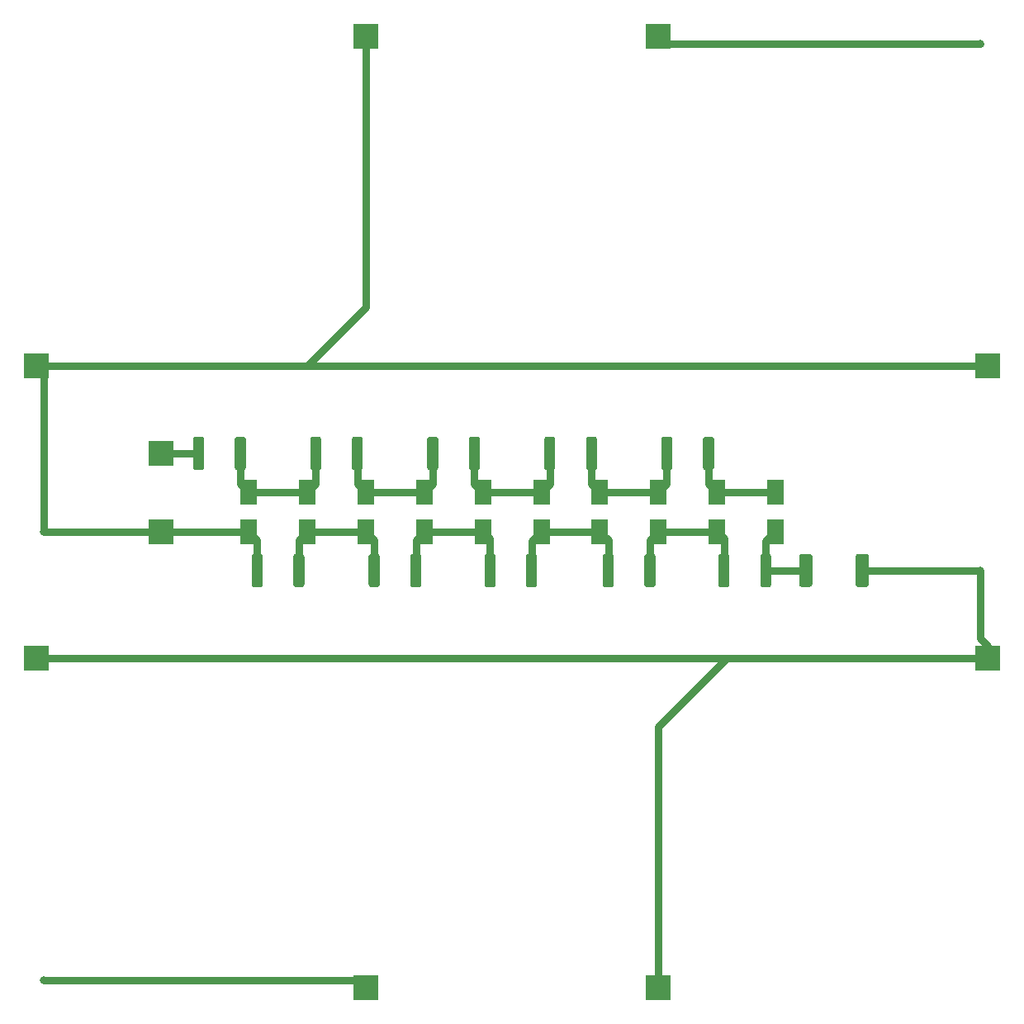
<source format=gbl>
G04 #@! TF.GenerationSoftware,KiCad,Pcbnew,5.0.1*
G04 #@! TF.CreationDate,2019-01-23T19:28:01+01:00*
G04 #@! TF.ProjectId,Statikplatte,53746174696B706C617474652E6B6963,rev?*
G04 #@! TF.SameCoordinates,Original*
G04 #@! TF.FileFunction,Copper,L2,Bot,Signal*
G04 #@! TF.FilePolarity,Positive*
%FSLAX46Y46*%
G04 Gerber Fmt 4.6, Leading zero omitted, Abs format (unit mm)*
G04 Created by KiCad (PCBNEW 5.0.1) date Mi 23 Jan 2019 19:28:01 CET*
%MOMM*%
%LPD*%
G01*
G04 APERTURE LIST*
G04 #@! TA.AperFunction,Conductor*
%ADD10C,0.100000*%
G04 #@! TD*
G04 #@! TA.AperFunction,SMDPad,CuDef*
%ADD11C,1.125000*%
G04 #@! TD*
G04 #@! TA.AperFunction,SMDPad,CuDef*
%ADD12R,2.500000X2.500000*%
G04 #@! TD*
G04 #@! TA.AperFunction,SMDPad,CuDef*
%ADD13R,1.700000X2.500000*%
G04 #@! TD*
G04 #@! TA.AperFunction,SMDPad,CuDef*
%ADD14C,1.350000*%
G04 #@! TD*
G04 #@! TA.AperFunction,ViaPad*
%ADD15C,0.800000*%
G04 #@! TD*
G04 #@! TA.AperFunction,Conductor*
%ADD16C,0.800000*%
G04 #@! TD*
G04 APERTURE END LIST*
D10*
G04 #@! TO.N,/GND*
G04 #@! TO.C,C2*
G36*
X124199505Y-104301204D02*
X124223773Y-104304804D01*
X124247572Y-104310765D01*
X124270671Y-104319030D01*
X124292850Y-104329520D01*
X124313893Y-104342132D01*
X124333599Y-104356747D01*
X124351777Y-104373223D01*
X124368253Y-104391401D01*
X124382868Y-104411107D01*
X124395480Y-104432150D01*
X124405970Y-104454329D01*
X124414235Y-104477428D01*
X124420196Y-104501227D01*
X124423796Y-104525495D01*
X124425000Y-104549999D01*
X124425000Y-107450001D01*
X124423796Y-107474505D01*
X124420196Y-107498773D01*
X124414235Y-107522572D01*
X124405970Y-107545671D01*
X124395480Y-107567850D01*
X124382868Y-107588893D01*
X124368253Y-107608599D01*
X124351777Y-107626777D01*
X124333599Y-107643253D01*
X124313893Y-107657868D01*
X124292850Y-107670480D01*
X124270671Y-107680970D01*
X124247572Y-107689235D01*
X124223773Y-107695196D01*
X124199505Y-107698796D01*
X124175001Y-107700000D01*
X123549999Y-107700000D01*
X123525495Y-107698796D01*
X123501227Y-107695196D01*
X123477428Y-107689235D01*
X123454329Y-107680970D01*
X123432150Y-107670480D01*
X123411107Y-107657868D01*
X123391401Y-107643253D01*
X123373223Y-107626777D01*
X123356747Y-107608599D01*
X123342132Y-107588893D01*
X123329520Y-107567850D01*
X123319030Y-107545671D01*
X123310765Y-107522572D01*
X123304804Y-107498773D01*
X123301204Y-107474505D01*
X123300000Y-107450001D01*
X123300000Y-104549999D01*
X123301204Y-104525495D01*
X123304804Y-104501227D01*
X123310765Y-104477428D01*
X123319030Y-104454329D01*
X123329520Y-104432150D01*
X123342132Y-104411107D01*
X123356747Y-104391401D01*
X123373223Y-104373223D01*
X123391401Y-104356747D01*
X123411107Y-104342132D01*
X123432150Y-104329520D01*
X123454329Y-104319030D01*
X123477428Y-104310765D01*
X123501227Y-104304804D01*
X123525495Y-104301204D01*
X123549999Y-104300000D01*
X124175001Y-104300000D01*
X124199505Y-104301204D01*
X124199505Y-104301204D01*
G37*
D11*
G04 #@! TD*
G04 #@! TO.P,C2,2*
G04 #@! TO.N,/GND*
X123862500Y-106000000D03*
D10*
G04 #@! TO.N,/N2*
G04 #@! TO.C,C2*
G36*
X128474505Y-104301204D02*
X128498773Y-104304804D01*
X128522572Y-104310765D01*
X128545671Y-104319030D01*
X128567850Y-104329520D01*
X128588893Y-104342132D01*
X128608599Y-104356747D01*
X128626777Y-104373223D01*
X128643253Y-104391401D01*
X128657868Y-104411107D01*
X128670480Y-104432150D01*
X128680970Y-104454329D01*
X128689235Y-104477428D01*
X128695196Y-104501227D01*
X128698796Y-104525495D01*
X128700000Y-104549999D01*
X128700000Y-107450001D01*
X128698796Y-107474505D01*
X128695196Y-107498773D01*
X128689235Y-107522572D01*
X128680970Y-107545671D01*
X128670480Y-107567850D01*
X128657868Y-107588893D01*
X128643253Y-107608599D01*
X128626777Y-107626777D01*
X128608599Y-107643253D01*
X128588893Y-107657868D01*
X128567850Y-107670480D01*
X128545671Y-107680970D01*
X128522572Y-107689235D01*
X128498773Y-107695196D01*
X128474505Y-107698796D01*
X128450001Y-107700000D01*
X127824999Y-107700000D01*
X127800495Y-107698796D01*
X127776227Y-107695196D01*
X127752428Y-107689235D01*
X127729329Y-107680970D01*
X127707150Y-107670480D01*
X127686107Y-107657868D01*
X127666401Y-107643253D01*
X127648223Y-107626777D01*
X127631747Y-107608599D01*
X127617132Y-107588893D01*
X127604520Y-107567850D01*
X127594030Y-107545671D01*
X127585765Y-107522572D01*
X127579804Y-107498773D01*
X127576204Y-107474505D01*
X127575000Y-107450001D01*
X127575000Y-104549999D01*
X127576204Y-104525495D01*
X127579804Y-104501227D01*
X127585765Y-104477428D01*
X127594030Y-104454329D01*
X127604520Y-104432150D01*
X127617132Y-104411107D01*
X127631747Y-104391401D01*
X127648223Y-104373223D01*
X127666401Y-104356747D01*
X127686107Y-104342132D01*
X127707150Y-104329520D01*
X127729329Y-104319030D01*
X127752428Y-104310765D01*
X127776227Y-104304804D01*
X127800495Y-104301204D01*
X127824999Y-104300000D01*
X128450001Y-104300000D01*
X128474505Y-104301204D01*
X128474505Y-104301204D01*
G37*
D11*
G04 #@! TD*
G04 #@! TO.P,C2,1*
G04 #@! TO.N,/N2*
X128137500Y-106000000D03*
D10*
G04 #@! TO.N,/N1*
G04 #@! TO.C,C3*
G36*
X130199505Y-92301204D02*
X130223773Y-92304804D01*
X130247572Y-92310765D01*
X130270671Y-92319030D01*
X130292850Y-92329520D01*
X130313893Y-92342132D01*
X130333599Y-92356747D01*
X130351777Y-92373223D01*
X130368253Y-92391401D01*
X130382868Y-92411107D01*
X130395480Y-92432150D01*
X130405970Y-92454329D01*
X130414235Y-92477428D01*
X130420196Y-92501227D01*
X130423796Y-92525495D01*
X130425000Y-92549999D01*
X130425000Y-95450001D01*
X130423796Y-95474505D01*
X130420196Y-95498773D01*
X130414235Y-95522572D01*
X130405970Y-95545671D01*
X130395480Y-95567850D01*
X130382868Y-95588893D01*
X130368253Y-95608599D01*
X130351777Y-95626777D01*
X130333599Y-95643253D01*
X130313893Y-95657868D01*
X130292850Y-95670480D01*
X130270671Y-95680970D01*
X130247572Y-95689235D01*
X130223773Y-95695196D01*
X130199505Y-95698796D01*
X130175001Y-95700000D01*
X129549999Y-95700000D01*
X129525495Y-95698796D01*
X129501227Y-95695196D01*
X129477428Y-95689235D01*
X129454329Y-95680970D01*
X129432150Y-95670480D01*
X129411107Y-95657868D01*
X129391401Y-95643253D01*
X129373223Y-95626777D01*
X129356747Y-95608599D01*
X129342132Y-95588893D01*
X129329520Y-95567850D01*
X129319030Y-95545671D01*
X129310765Y-95522572D01*
X129304804Y-95498773D01*
X129301204Y-95474505D01*
X129300000Y-95450001D01*
X129300000Y-92549999D01*
X129301204Y-92525495D01*
X129304804Y-92501227D01*
X129310765Y-92477428D01*
X129319030Y-92454329D01*
X129329520Y-92432150D01*
X129342132Y-92411107D01*
X129356747Y-92391401D01*
X129373223Y-92373223D01*
X129391401Y-92356747D01*
X129411107Y-92342132D01*
X129432150Y-92329520D01*
X129454329Y-92319030D01*
X129477428Y-92310765D01*
X129501227Y-92304804D01*
X129525495Y-92301204D01*
X129549999Y-92300000D01*
X130175001Y-92300000D01*
X130199505Y-92301204D01*
X130199505Y-92301204D01*
G37*
D11*
G04 #@! TD*
G04 #@! TO.P,C3,2*
G04 #@! TO.N,/N1*
X129862500Y-94000000D03*
D10*
G04 #@! TO.N,/N3*
G04 #@! TO.C,C3*
G36*
X134474505Y-92301204D02*
X134498773Y-92304804D01*
X134522572Y-92310765D01*
X134545671Y-92319030D01*
X134567850Y-92329520D01*
X134588893Y-92342132D01*
X134608599Y-92356747D01*
X134626777Y-92373223D01*
X134643253Y-92391401D01*
X134657868Y-92411107D01*
X134670480Y-92432150D01*
X134680970Y-92454329D01*
X134689235Y-92477428D01*
X134695196Y-92501227D01*
X134698796Y-92525495D01*
X134700000Y-92549999D01*
X134700000Y-95450001D01*
X134698796Y-95474505D01*
X134695196Y-95498773D01*
X134689235Y-95522572D01*
X134680970Y-95545671D01*
X134670480Y-95567850D01*
X134657868Y-95588893D01*
X134643253Y-95608599D01*
X134626777Y-95626777D01*
X134608599Y-95643253D01*
X134588893Y-95657868D01*
X134567850Y-95670480D01*
X134545671Y-95680970D01*
X134522572Y-95689235D01*
X134498773Y-95695196D01*
X134474505Y-95698796D01*
X134450001Y-95700000D01*
X133824999Y-95700000D01*
X133800495Y-95698796D01*
X133776227Y-95695196D01*
X133752428Y-95689235D01*
X133729329Y-95680970D01*
X133707150Y-95670480D01*
X133686107Y-95657868D01*
X133666401Y-95643253D01*
X133648223Y-95626777D01*
X133631747Y-95608599D01*
X133617132Y-95588893D01*
X133604520Y-95567850D01*
X133594030Y-95545671D01*
X133585765Y-95522572D01*
X133579804Y-95498773D01*
X133576204Y-95474505D01*
X133575000Y-95450001D01*
X133575000Y-92549999D01*
X133576204Y-92525495D01*
X133579804Y-92501227D01*
X133585765Y-92477428D01*
X133594030Y-92454329D01*
X133604520Y-92432150D01*
X133617132Y-92411107D01*
X133631747Y-92391401D01*
X133648223Y-92373223D01*
X133666401Y-92356747D01*
X133686107Y-92342132D01*
X133707150Y-92329520D01*
X133729329Y-92319030D01*
X133752428Y-92310765D01*
X133776227Y-92304804D01*
X133800495Y-92301204D01*
X133824999Y-92300000D01*
X134450001Y-92300000D01*
X134474505Y-92301204D01*
X134474505Y-92301204D01*
G37*
D11*
G04 #@! TD*
G04 #@! TO.P,C3,1*
G04 #@! TO.N,/N3*
X134137500Y-94000000D03*
D10*
G04 #@! TO.N,/N2*
G04 #@! TO.C,C4*
G36*
X136199505Y-104301204D02*
X136223773Y-104304804D01*
X136247572Y-104310765D01*
X136270671Y-104319030D01*
X136292850Y-104329520D01*
X136313893Y-104342132D01*
X136333599Y-104356747D01*
X136351777Y-104373223D01*
X136368253Y-104391401D01*
X136382868Y-104411107D01*
X136395480Y-104432150D01*
X136405970Y-104454329D01*
X136414235Y-104477428D01*
X136420196Y-104501227D01*
X136423796Y-104525495D01*
X136425000Y-104549999D01*
X136425000Y-107450001D01*
X136423796Y-107474505D01*
X136420196Y-107498773D01*
X136414235Y-107522572D01*
X136405970Y-107545671D01*
X136395480Y-107567850D01*
X136382868Y-107588893D01*
X136368253Y-107608599D01*
X136351777Y-107626777D01*
X136333599Y-107643253D01*
X136313893Y-107657868D01*
X136292850Y-107670480D01*
X136270671Y-107680970D01*
X136247572Y-107689235D01*
X136223773Y-107695196D01*
X136199505Y-107698796D01*
X136175001Y-107700000D01*
X135549999Y-107700000D01*
X135525495Y-107698796D01*
X135501227Y-107695196D01*
X135477428Y-107689235D01*
X135454329Y-107680970D01*
X135432150Y-107670480D01*
X135411107Y-107657868D01*
X135391401Y-107643253D01*
X135373223Y-107626777D01*
X135356747Y-107608599D01*
X135342132Y-107588893D01*
X135329520Y-107567850D01*
X135319030Y-107545671D01*
X135310765Y-107522572D01*
X135304804Y-107498773D01*
X135301204Y-107474505D01*
X135300000Y-107450001D01*
X135300000Y-104549999D01*
X135301204Y-104525495D01*
X135304804Y-104501227D01*
X135310765Y-104477428D01*
X135319030Y-104454329D01*
X135329520Y-104432150D01*
X135342132Y-104411107D01*
X135356747Y-104391401D01*
X135373223Y-104373223D01*
X135391401Y-104356747D01*
X135411107Y-104342132D01*
X135432150Y-104329520D01*
X135454329Y-104319030D01*
X135477428Y-104310765D01*
X135501227Y-104304804D01*
X135525495Y-104301204D01*
X135549999Y-104300000D01*
X136175001Y-104300000D01*
X136199505Y-104301204D01*
X136199505Y-104301204D01*
G37*
D11*
G04 #@! TD*
G04 #@! TO.P,C4,2*
G04 #@! TO.N,/N2*
X135862500Y-106000000D03*
D10*
G04 #@! TO.N,/N4*
G04 #@! TO.C,C4*
G36*
X140474505Y-104301204D02*
X140498773Y-104304804D01*
X140522572Y-104310765D01*
X140545671Y-104319030D01*
X140567850Y-104329520D01*
X140588893Y-104342132D01*
X140608599Y-104356747D01*
X140626777Y-104373223D01*
X140643253Y-104391401D01*
X140657868Y-104411107D01*
X140670480Y-104432150D01*
X140680970Y-104454329D01*
X140689235Y-104477428D01*
X140695196Y-104501227D01*
X140698796Y-104525495D01*
X140700000Y-104549999D01*
X140700000Y-107450001D01*
X140698796Y-107474505D01*
X140695196Y-107498773D01*
X140689235Y-107522572D01*
X140680970Y-107545671D01*
X140670480Y-107567850D01*
X140657868Y-107588893D01*
X140643253Y-107608599D01*
X140626777Y-107626777D01*
X140608599Y-107643253D01*
X140588893Y-107657868D01*
X140567850Y-107670480D01*
X140545671Y-107680970D01*
X140522572Y-107689235D01*
X140498773Y-107695196D01*
X140474505Y-107698796D01*
X140450001Y-107700000D01*
X139824999Y-107700000D01*
X139800495Y-107698796D01*
X139776227Y-107695196D01*
X139752428Y-107689235D01*
X139729329Y-107680970D01*
X139707150Y-107670480D01*
X139686107Y-107657868D01*
X139666401Y-107643253D01*
X139648223Y-107626777D01*
X139631747Y-107608599D01*
X139617132Y-107588893D01*
X139604520Y-107567850D01*
X139594030Y-107545671D01*
X139585765Y-107522572D01*
X139579804Y-107498773D01*
X139576204Y-107474505D01*
X139575000Y-107450001D01*
X139575000Y-104549999D01*
X139576204Y-104525495D01*
X139579804Y-104501227D01*
X139585765Y-104477428D01*
X139594030Y-104454329D01*
X139604520Y-104432150D01*
X139617132Y-104411107D01*
X139631747Y-104391401D01*
X139648223Y-104373223D01*
X139666401Y-104356747D01*
X139686107Y-104342132D01*
X139707150Y-104329520D01*
X139729329Y-104319030D01*
X139752428Y-104310765D01*
X139776227Y-104304804D01*
X139800495Y-104301204D01*
X139824999Y-104300000D01*
X140450001Y-104300000D01*
X140474505Y-104301204D01*
X140474505Y-104301204D01*
G37*
D11*
G04 #@! TD*
G04 #@! TO.P,C4,1*
G04 #@! TO.N,/N4*
X140137500Y-106000000D03*
D10*
G04 #@! TO.N,/N3*
G04 #@! TO.C,C5*
G36*
X142199505Y-92301204D02*
X142223773Y-92304804D01*
X142247572Y-92310765D01*
X142270671Y-92319030D01*
X142292850Y-92329520D01*
X142313893Y-92342132D01*
X142333599Y-92356747D01*
X142351777Y-92373223D01*
X142368253Y-92391401D01*
X142382868Y-92411107D01*
X142395480Y-92432150D01*
X142405970Y-92454329D01*
X142414235Y-92477428D01*
X142420196Y-92501227D01*
X142423796Y-92525495D01*
X142425000Y-92549999D01*
X142425000Y-95450001D01*
X142423796Y-95474505D01*
X142420196Y-95498773D01*
X142414235Y-95522572D01*
X142405970Y-95545671D01*
X142395480Y-95567850D01*
X142382868Y-95588893D01*
X142368253Y-95608599D01*
X142351777Y-95626777D01*
X142333599Y-95643253D01*
X142313893Y-95657868D01*
X142292850Y-95670480D01*
X142270671Y-95680970D01*
X142247572Y-95689235D01*
X142223773Y-95695196D01*
X142199505Y-95698796D01*
X142175001Y-95700000D01*
X141549999Y-95700000D01*
X141525495Y-95698796D01*
X141501227Y-95695196D01*
X141477428Y-95689235D01*
X141454329Y-95680970D01*
X141432150Y-95670480D01*
X141411107Y-95657868D01*
X141391401Y-95643253D01*
X141373223Y-95626777D01*
X141356747Y-95608599D01*
X141342132Y-95588893D01*
X141329520Y-95567850D01*
X141319030Y-95545671D01*
X141310765Y-95522572D01*
X141304804Y-95498773D01*
X141301204Y-95474505D01*
X141300000Y-95450001D01*
X141300000Y-92549999D01*
X141301204Y-92525495D01*
X141304804Y-92501227D01*
X141310765Y-92477428D01*
X141319030Y-92454329D01*
X141329520Y-92432150D01*
X141342132Y-92411107D01*
X141356747Y-92391401D01*
X141373223Y-92373223D01*
X141391401Y-92356747D01*
X141411107Y-92342132D01*
X141432150Y-92329520D01*
X141454329Y-92319030D01*
X141477428Y-92310765D01*
X141501227Y-92304804D01*
X141525495Y-92301204D01*
X141549999Y-92300000D01*
X142175001Y-92300000D01*
X142199505Y-92301204D01*
X142199505Y-92301204D01*
G37*
D11*
G04 #@! TD*
G04 #@! TO.P,C5,2*
G04 #@! TO.N,/N3*
X141862500Y-94000000D03*
D10*
G04 #@! TO.N,/N5*
G04 #@! TO.C,C5*
G36*
X146474505Y-92301204D02*
X146498773Y-92304804D01*
X146522572Y-92310765D01*
X146545671Y-92319030D01*
X146567850Y-92329520D01*
X146588893Y-92342132D01*
X146608599Y-92356747D01*
X146626777Y-92373223D01*
X146643253Y-92391401D01*
X146657868Y-92411107D01*
X146670480Y-92432150D01*
X146680970Y-92454329D01*
X146689235Y-92477428D01*
X146695196Y-92501227D01*
X146698796Y-92525495D01*
X146700000Y-92549999D01*
X146700000Y-95450001D01*
X146698796Y-95474505D01*
X146695196Y-95498773D01*
X146689235Y-95522572D01*
X146680970Y-95545671D01*
X146670480Y-95567850D01*
X146657868Y-95588893D01*
X146643253Y-95608599D01*
X146626777Y-95626777D01*
X146608599Y-95643253D01*
X146588893Y-95657868D01*
X146567850Y-95670480D01*
X146545671Y-95680970D01*
X146522572Y-95689235D01*
X146498773Y-95695196D01*
X146474505Y-95698796D01*
X146450001Y-95700000D01*
X145824999Y-95700000D01*
X145800495Y-95698796D01*
X145776227Y-95695196D01*
X145752428Y-95689235D01*
X145729329Y-95680970D01*
X145707150Y-95670480D01*
X145686107Y-95657868D01*
X145666401Y-95643253D01*
X145648223Y-95626777D01*
X145631747Y-95608599D01*
X145617132Y-95588893D01*
X145604520Y-95567850D01*
X145594030Y-95545671D01*
X145585765Y-95522572D01*
X145579804Y-95498773D01*
X145576204Y-95474505D01*
X145575000Y-95450001D01*
X145575000Y-92549999D01*
X145576204Y-92525495D01*
X145579804Y-92501227D01*
X145585765Y-92477428D01*
X145594030Y-92454329D01*
X145604520Y-92432150D01*
X145617132Y-92411107D01*
X145631747Y-92391401D01*
X145648223Y-92373223D01*
X145666401Y-92356747D01*
X145686107Y-92342132D01*
X145707150Y-92329520D01*
X145729329Y-92319030D01*
X145752428Y-92310765D01*
X145776227Y-92304804D01*
X145800495Y-92301204D01*
X145824999Y-92300000D01*
X146450001Y-92300000D01*
X146474505Y-92301204D01*
X146474505Y-92301204D01*
G37*
D11*
G04 #@! TD*
G04 #@! TO.P,C5,1*
G04 #@! TO.N,/N5*
X146137500Y-94000000D03*
D10*
G04 #@! TO.N,/N4*
G04 #@! TO.C,C6*
G36*
X148062005Y-104301204D02*
X148086273Y-104304804D01*
X148110072Y-104310765D01*
X148133171Y-104319030D01*
X148155350Y-104329520D01*
X148176393Y-104342132D01*
X148196099Y-104356747D01*
X148214277Y-104373223D01*
X148230753Y-104391401D01*
X148245368Y-104411107D01*
X148257980Y-104432150D01*
X148268470Y-104454329D01*
X148276735Y-104477428D01*
X148282696Y-104501227D01*
X148286296Y-104525495D01*
X148287500Y-104549999D01*
X148287500Y-107450001D01*
X148286296Y-107474505D01*
X148282696Y-107498773D01*
X148276735Y-107522572D01*
X148268470Y-107545671D01*
X148257980Y-107567850D01*
X148245368Y-107588893D01*
X148230753Y-107608599D01*
X148214277Y-107626777D01*
X148196099Y-107643253D01*
X148176393Y-107657868D01*
X148155350Y-107670480D01*
X148133171Y-107680970D01*
X148110072Y-107689235D01*
X148086273Y-107695196D01*
X148062005Y-107698796D01*
X148037501Y-107700000D01*
X147412499Y-107700000D01*
X147387995Y-107698796D01*
X147363727Y-107695196D01*
X147339928Y-107689235D01*
X147316829Y-107680970D01*
X147294650Y-107670480D01*
X147273607Y-107657868D01*
X147253901Y-107643253D01*
X147235723Y-107626777D01*
X147219247Y-107608599D01*
X147204632Y-107588893D01*
X147192020Y-107567850D01*
X147181530Y-107545671D01*
X147173265Y-107522572D01*
X147167304Y-107498773D01*
X147163704Y-107474505D01*
X147162500Y-107450001D01*
X147162500Y-104549999D01*
X147163704Y-104525495D01*
X147167304Y-104501227D01*
X147173265Y-104477428D01*
X147181530Y-104454329D01*
X147192020Y-104432150D01*
X147204632Y-104411107D01*
X147219247Y-104391401D01*
X147235723Y-104373223D01*
X147253901Y-104356747D01*
X147273607Y-104342132D01*
X147294650Y-104329520D01*
X147316829Y-104319030D01*
X147339928Y-104310765D01*
X147363727Y-104304804D01*
X147387995Y-104301204D01*
X147412499Y-104300000D01*
X148037501Y-104300000D01*
X148062005Y-104301204D01*
X148062005Y-104301204D01*
G37*
D11*
G04 #@! TD*
G04 #@! TO.P,C6,2*
G04 #@! TO.N,/N4*
X147725000Y-106000000D03*
D10*
G04 #@! TO.N,/N6*
G04 #@! TO.C,C6*
G36*
X152337005Y-104301204D02*
X152361273Y-104304804D01*
X152385072Y-104310765D01*
X152408171Y-104319030D01*
X152430350Y-104329520D01*
X152451393Y-104342132D01*
X152471099Y-104356747D01*
X152489277Y-104373223D01*
X152505753Y-104391401D01*
X152520368Y-104411107D01*
X152532980Y-104432150D01*
X152543470Y-104454329D01*
X152551735Y-104477428D01*
X152557696Y-104501227D01*
X152561296Y-104525495D01*
X152562500Y-104549999D01*
X152562500Y-107450001D01*
X152561296Y-107474505D01*
X152557696Y-107498773D01*
X152551735Y-107522572D01*
X152543470Y-107545671D01*
X152532980Y-107567850D01*
X152520368Y-107588893D01*
X152505753Y-107608599D01*
X152489277Y-107626777D01*
X152471099Y-107643253D01*
X152451393Y-107657868D01*
X152430350Y-107670480D01*
X152408171Y-107680970D01*
X152385072Y-107689235D01*
X152361273Y-107695196D01*
X152337005Y-107698796D01*
X152312501Y-107700000D01*
X151687499Y-107700000D01*
X151662995Y-107698796D01*
X151638727Y-107695196D01*
X151614928Y-107689235D01*
X151591829Y-107680970D01*
X151569650Y-107670480D01*
X151548607Y-107657868D01*
X151528901Y-107643253D01*
X151510723Y-107626777D01*
X151494247Y-107608599D01*
X151479632Y-107588893D01*
X151467020Y-107567850D01*
X151456530Y-107545671D01*
X151448265Y-107522572D01*
X151442304Y-107498773D01*
X151438704Y-107474505D01*
X151437500Y-107450001D01*
X151437500Y-104549999D01*
X151438704Y-104525495D01*
X151442304Y-104501227D01*
X151448265Y-104477428D01*
X151456530Y-104454329D01*
X151467020Y-104432150D01*
X151479632Y-104411107D01*
X151494247Y-104391401D01*
X151510723Y-104373223D01*
X151528901Y-104356747D01*
X151548607Y-104342132D01*
X151569650Y-104329520D01*
X151591829Y-104319030D01*
X151614928Y-104310765D01*
X151638727Y-104304804D01*
X151662995Y-104301204D01*
X151687499Y-104300000D01*
X152312501Y-104300000D01*
X152337005Y-104301204D01*
X152337005Y-104301204D01*
G37*
D11*
G04 #@! TD*
G04 #@! TO.P,C6,1*
G04 #@! TO.N,/N6*
X152000000Y-106000000D03*
D10*
G04 #@! TO.N,/N5*
G04 #@! TO.C,C7*
G36*
X154199505Y-92301204D02*
X154223773Y-92304804D01*
X154247572Y-92310765D01*
X154270671Y-92319030D01*
X154292850Y-92329520D01*
X154313893Y-92342132D01*
X154333599Y-92356747D01*
X154351777Y-92373223D01*
X154368253Y-92391401D01*
X154382868Y-92411107D01*
X154395480Y-92432150D01*
X154405970Y-92454329D01*
X154414235Y-92477428D01*
X154420196Y-92501227D01*
X154423796Y-92525495D01*
X154425000Y-92549999D01*
X154425000Y-95450001D01*
X154423796Y-95474505D01*
X154420196Y-95498773D01*
X154414235Y-95522572D01*
X154405970Y-95545671D01*
X154395480Y-95567850D01*
X154382868Y-95588893D01*
X154368253Y-95608599D01*
X154351777Y-95626777D01*
X154333599Y-95643253D01*
X154313893Y-95657868D01*
X154292850Y-95670480D01*
X154270671Y-95680970D01*
X154247572Y-95689235D01*
X154223773Y-95695196D01*
X154199505Y-95698796D01*
X154175001Y-95700000D01*
X153549999Y-95700000D01*
X153525495Y-95698796D01*
X153501227Y-95695196D01*
X153477428Y-95689235D01*
X153454329Y-95680970D01*
X153432150Y-95670480D01*
X153411107Y-95657868D01*
X153391401Y-95643253D01*
X153373223Y-95626777D01*
X153356747Y-95608599D01*
X153342132Y-95588893D01*
X153329520Y-95567850D01*
X153319030Y-95545671D01*
X153310765Y-95522572D01*
X153304804Y-95498773D01*
X153301204Y-95474505D01*
X153300000Y-95450001D01*
X153300000Y-92549999D01*
X153301204Y-92525495D01*
X153304804Y-92501227D01*
X153310765Y-92477428D01*
X153319030Y-92454329D01*
X153329520Y-92432150D01*
X153342132Y-92411107D01*
X153356747Y-92391401D01*
X153373223Y-92373223D01*
X153391401Y-92356747D01*
X153411107Y-92342132D01*
X153432150Y-92329520D01*
X153454329Y-92319030D01*
X153477428Y-92310765D01*
X153501227Y-92304804D01*
X153525495Y-92301204D01*
X153549999Y-92300000D01*
X154175001Y-92300000D01*
X154199505Y-92301204D01*
X154199505Y-92301204D01*
G37*
D11*
G04 #@! TD*
G04 #@! TO.P,C7,2*
G04 #@! TO.N,/N5*
X153862500Y-94000000D03*
D10*
G04 #@! TO.N,/N7*
G04 #@! TO.C,C7*
G36*
X158474505Y-92301204D02*
X158498773Y-92304804D01*
X158522572Y-92310765D01*
X158545671Y-92319030D01*
X158567850Y-92329520D01*
X158588893Y-92342132D01*
X158608599Y-92356747D01*
X158626777Y-92373223D01*
X158643253Y-92391401D01*
X158657868Y-92411107D01*
X158670480Y-92432150D01*
X158680970Y-92454329D01*
X158689235Y-92477428D01*
X158695196Y-92501227D01*
X158698796Y-92525495D01*
X158700000Y-92549999D01*
X158700000Y-95450001D01*
X158698796Y-95474505D01*
X158695196Y-95498773D01*
X158689235Y-95522572D01*
X158680970Y-95545671D01*
X158670480Y-95567850D01*
X158657868Y-95588893D01*
X158643253Y-95608599D01*
X158626777Y-95626777D01*
X158608599Y-95643253D01*
X158588893Y-95657868D01*
X158567850Y-95670480D01*
X158545671Y-95680970D01*
X158522572Y-95689235D01*
X158498773Y-95695196D01*
X158474505Y-95698796D01*
X158450001Y-95700000D01*
X157824999Y-95700000D01*
X157800495Y-95698796D01*
X157776227Y-95695196D01*
X157752428Y-95689235D01*
X157729329Y-95680970D01*
X157707150Y-95670480D01*
X157686107Y-95657868D01*
X157666401Y-95643253D01*
X157648223Y-95626777D01*
X157631747Y-95608599D01*
X157617132Y-95588893D01*
X157604520Y-95567850D01*
X157594030Y-95545671D01*
X157585765Y-95522572D01*
X157579804Y-95498773D01*
X157576204Y-95474505D01*
X157575000Y-95450001D01*
X157575000Y-92549999D01*
X157576204Y-92525495D01*
X157579804Y-92501227D01*
X157585765Y-92477428D01*
X157594030Y-92454329D01*
X157604520Y-92432150D01*
X157617132Y-92411107D01*
X157631747Y-92391401D01*
X157648223Y-92373223D01*
X157666401Y-92356747D01*
X157686107Y-92342132D01*
X157707150Y-92329520D01*
X157729329Y-92319030D01*
X157752428Y-92310765D01*
X157776227Y-92304804D01*
X157800495Y-92301204D01*
X157824999Y-92300000D01*
X158450001Y-92300000D01*
X158474505Y-92301204D01*
X158474505Y-92301204D01*
G37*
D11*
G04 #@! TD*
G04 #@! TO.P,C7,1*
G04 #@! TO.N,/N7*
X158137500Y-94000000D03*
D10*
G04 #@! TO.N,/N6*
G04 #@! TO.C,C8*
G36*
X160199505Y-104301204D02*
X160223773Y-104304804D01*
X160247572Y-104310765D01*
X160270671Y-104319030D01*
X160292850Y-104329520D01*
X160313893Y-104342132D01*
X160333599Y-104356747D01*
X160351777Y-104373223D01*
X160368253Y-104391401D01*
X160382868Y-104411107D01*
X160395480Y-104432150D01*
X160405970Y-104454329D01*
X160414235Y-104477428D01*
X160420196Y-104501227D01*
X160423796Y-104525495D01*
X160425000Y-104549999D01*
X160425000Y-107450001D01*
X160423796Y-107474505D01*
X160420196Y-107498773D01*
X160414235Y-107522572D01*
X160405970Y-107545671D01*
X160395480Y-107567850D01*
X160382868Y-107588893D01*
X160368253Y-107608599D01*
X160351777Y-107626777D01*
X160333599Y-107643253D01*
X160313893Y-107657868D01*
X160292850Y-107670480D01*
X160270671Y-107680970D01*
X160247572Y-107689235D01*
X160223773Y-107695196D01*
X160199505Y-107698796D01*
X160175001Y-107700000D01*
X159549999Y-107700000D01*
X159525495Y-107698796D01*
X159501227Y-107695196D01*
X159477428Y-107689235D01*
X159454329Y-107680970D01*
X159432150Y-107670480D01*
X159411107Y-107657868D01*
X159391401Y-107643253D01*
X159373223Y-107626777D01*
X159356747Y-107608599D01*
X159342132Y-107588893D01*
X159329520Y-107567850D01*
X159319030Y-107545671D01*
X159310765Y-107522572D01*
X159304804Y-107498773D01*
X159301204Y-107474505D01*
X159300000Y-107450001D01*
X159300000Y-104549999D01*
X159301204Y-104525495D01*
X159304804Y-104501227D01*
X159310765Y-104477428D01*
X159319030Y-104454329D01*
X159329520Y-104432150D01*
X159342132Y-104411107D01*
X159356747Y-104391401D01*
X159373223Y-104373223D01*
X159391401Y-104356747D01*
X159411107Y-104342132D01*
X159432150Y-104329520D01*
X159454329Y-104319030D01*
X159477428Y-104310765D01*
X159501227Y-104304804D01*
X159525495Y-104301204D01*
X159549999Y-104300000D01*
X160175001Y-104300000D01*
X160199505Y-104301204D01*
X160199505Y-104301204D01*
G37*
D11*
G04 #@! TD*
G04 #@! TO.P,C8,2*
G04 #@! TO.N,/N6*
X159862500Y-106000000D03*
D10*
G04 #@! TO.N,/N8*
G04 #@! TO.C,C8*
G36*
X164474505Y-104301204D02*
X164498773Y-104304804D01*
X164522572Y-104310765D01*
X164545671Y-104319030D01*
X164567850Y-104329520D01*
X164588893Y-104342132D01*
X164608599Y-104356747D01*
X164626777Y-104373223D01*
X164643253Y-104391401D01*
X164657868Y-104411107D01*
X164670480Y-104432150D01*
X164680970Y-104454329D01*
X164689235Y-104477428D01*
X164695196Y-104501227D01*
X164698796Y-104525495D01*
X164700000Y-104549999D01*
X164700000Y-107450001D01*
X164698796Y-107474505D01*
X164695196Y-107498773D01*
X164689235Y-107522572D01*
X164680970Y-107545671D01*
X164670480Y-107567850D01*
X164657868Y-107588893D01*
X164643253Y-107608599D01*
X164626777Y-107626777D01*
X164608599Y-107643253D01*
X164588893Y-107657868D01*
X164567850Y-107670480D01*
X164545671Y-107680970D01*
X164522572Y-107689235D01*
X164498773Y-107695196D01*
X164474505Y-107698796D01*
X164450001Y-107700000D01*
X163824999Y-107700000D01*
X163800495Y-107698796D01*
X163776227Y-107695196D01*
X163752428Y-107689235D01*
X163729329Y-107680970D01*
X163707150Y-107670480D01*
X163686107Y-107657868D01*
X163666401Y-107643253D01*
X163648223Y-107626777D01*
X163631747Y-107608599D01*
X163617132Y-107588893D01*
X163604520Y-107567850D01*
X163594030Y-107545671D01*
X163585765Y-107522572D01*
X163579804Y-107498773D01*
X163576204Y-107474505D01*
X163575000Y-107450001D01*
X163575000Y-104549999D01*
X163576204Y-104525495D01*
X163579804Y-104501227D01*
X163585765Y-104477428D01*
X163594030Y-104454329D01*
X163604520Y-104432150D01*
X163617132Y-104411107D01*
X163631747Y-104391401D01*
X163648223Y-104373223D01*
X163666401Y-104356747D01*
X163686107Y-104342132D01*
X163707150Y-104329520D01*
X163729329Y-104319030D01*
X163752428Y-104310765D01*
X163776227Y-104304804D01*
X163800495Y-104301204D01*
X163824999Y-104300000D01*
X164450001Y-104300000D01*
X164474505Y-104301204D01*
X164474505Y-104301204D01*
G37*
D11*
G04 #@! TD*
G04 #@! TO.P,C8,1*
G04 #@! TO.N,/N8*
X164137500Y-106000000D03*
D10*
G04 #@! TO.N,/N7*
G04 #@! TO.C,C9*
G36*
X166199505Y-92301204D02*
X166223773Y-92304804D01*
X166247572Y-92310765D01*
X166270671Y-92319030D01*
X166292850Y-92329520D01*
X166313893Y-92342132D01*
X166333599Y-92356747D01*
X166351777Y-92373223D01*
X166368253Y-92391401D01*
X166382868Y-92411107D01*
X166395480Y-92432150D01*
X166405970Y-92454329D01*
X166414235Y-92477428D01*
X166420196Y-92501227D01*
X166423796Y-92525495D01*
X166425000Y-92549999D01*
X166425000Y-95450001D01*
X166423796Y-95474505D01*
X166420196Y-95498773D01*
X166414235Y-95522572D01*
X166405970Y-95545671D01*
X166395480Y-95567850D01*
X166382868Y-95588893D01*
X166368253Y-95608599D01*
X166351777Y-95626777D01*
X166333599Y-95643253D01*
X166313893Y-95657868D01*
X166292850Y-95670480D01*
X166270671Y-95680970D01*
X166247572Y-95689235D01*
X166223773Y-95695196D01*
X166199505Y-95698796D01*
X166175001Y-95700000D01*
X165549999Y-95700000D01*
X165525495Y-95698796D01*
X165501227Y-95695196D01*
X165477428Y-95689235D01*
X165454329Y-95680970D01*
X165432150Y-95670480D01*
X165411107Y-95657868D01*
X165391401Y-95643253D01*
X165373223Y-95626777D01*
X165356747Y-95608599D01*
X165342132Y-95588893D01*
X165329520Y-95567850D01*
X165319030Y-95545671D01*
X165310765Y-95522572D01*
X165304804Y-95498773D01*
X165301204Y-95474505D01*
X165300000Y-95450001D01*
X165300000Y-92549999D01*
X165301204Y-92525495D01*
X165304804Y-92501227D01*
X165310765Y-92477428D01*
X165319030Y-92454329D01*
X165329520Y-92432150D01*
X165342132Y-92411107D01*
X165356747Y-92391401D01*
X165373223Y-92373223D01*
X165391401Y-92356747D01*
X165411107Y-92342132D01*
X165432150Y-92329520D01*
X165454329Y-92319030D01*
X165477428Y-92310765D01*
X165501227Y-92304804D01*
X165525495Y-92301204D01*
X165549999Y-92300000D01*
X166175001Y-92300000D01*
X166199505Y-92301204D01*
X166199505Y-92301204D01*
G37*
D11*
G04 #@! TD*
G04 #@! TO.P,C9,2*
G04 #@! TO.N,/N7*
X165862500Y-94000000D03*
D10*
G04 #@! TO.N,/N9*
G04 #@! TO.C,C9*
G36*
X170474505Y-92301204D02*
X170498773Y-92304804D01*
X170522572Y-92310765D01*
X170545671Y-92319030D01*
X170567850Y-92329520D01*
X170588893Y-92342132D01*
X170608599Y-92356747D01*
X170626777Y-92373223D01*
X170643253Y-92391401D01*
X170657868Y-92411107D01*
X170670480Y-92432150D01*
X170680970Y-92454329D01*
X170689235Y-92477428D01*
X170695196Y-92501227D01*
X170698796Y-92525495D01*
X170700000Y-92549999D01*
X170700000Y-95450001D01*
X170698796Y-95474505D01*
X170695196Y-95498773D01*
X170689235Y-95522572D01*
X170680970Y-95545671D01*
X170670480Y-95567850D01*
X170657868Y-95588893D01*
X170643253Y-95608599D01*
X170626777Y-95626777D01*
X170608599Y-95643253D01*
X170588893Y-95657868D01*
X170567850Y-95670480D01*
X170545671Y-95680970D01*
X170522572Y-95689235D01*
X170498773Y-95695196D01*
X170474505Y-95698796D01*
X170450001Y-95700000D01*
X169824999Y-95700000D01*
X169800495Y-95698796D01*
X169776227Y-95695196D01*
X169752428Y-95689235D01*
X169729329Y-95680970D01*
X169707150Y-95670480D01*
X169686107Y-95657868D01*
X169666401Y-95643253D01*
X169648223Y-95626777D01*
X169631747Y-95608599D01*
X169617132Y-95588893D01*
X169604520Y-95567850D01*
X169594030Y-95545671D01*
X169585765Y-95522572D01*
X169579804Y-95498773D01*
X169576204Y-95474505D01*
X169575000Y-95450001D01*
X169575000Y-92549999D01*
X169576204Y-92525495D01*
X169579804Y-92501227D01*
X169585765Y-92477428D01*
X169594030Y-92454329D01*
X169604520Y-92432150D01*
X169617132Y-92411107D01*
X169631747Y-92391401D01*
X169648223Y-92373223D01*
X169666401Y-92356747D01*
X169686107Y-92342132D01*
X169707150Y-92329520D01*
X169729329Y-92319030D01*
X169752428Y-92310765D01*
X169776227Y-92304804D01*
X169800495Y-92301204D01*
X169824999Y-92300000D01*
X170450001Y-92300000D01*
X170474505Y-92301204D01*
X170474505Y-92301204D01*
G37*
D11*
G04 #@! TD*
G04 #@! TO.P,C9,1*
G04 #@! TO.N,/N9*
X170137500Y-94000000D03*
D10*
G04 #@! TO.N,/N8*
G04 #@! TO.C,C10*
G36*
X172062005Y-104301204D02*
X172086273Y-104304804D01*
X172110072Y-104310765D01*
X172133171Y-104319030D01*
X172155350Y-104329520D01*
X172176393Y-104342132D01*
X172196099Y-104356747D01*
X172214277Y-104373223D01*
X172230753Y-104391401D01*
X172245368Y-104411107D01*
X172257980Y-104432150D01*
X172268470Y-104454329D01*
X172276735Y-104477428D01*
X172282696Y-104501227D01*
X172286296Y-104525495D01*
X172287500Y-104549999D01*
X172287500Y-107450001D01*
X172286296Y-107474505D01*
X172282696Y-107498773D01*
X172276735Y-107522572D01*
X172268470Y-107545671D01*
X172257980Y-107567850D01*
X172245368Y-107588893D01*
X172230753Y-107608599D01*
X172214277Y-107626777D01*
X172196099Y-107643253D01*
X172176393Y-107657868D01*
X172155350Y-107670480D01*
X172133171Y-107680970D01*
X172110072Y-107689235D01*
X172086273Y-107695196D01*
X172062005Y-107698796D01*
X172037501Y-107700000D01*
X171412499Y-107700000D01*
X171387995Y-107698796D01*
X171363727Y-107695196D01*
X171339928Y-107689235D01*
X171316829Y-107680970D01*
X171294650Y-107670480D01*
X171273607Y-107657868D01*
X171253901Y-107643253D01*
X171235723Y-107626777D01*
X171219247Y-107608599D01*
X171204632Y-107588893D01*
X171192020Y-107567850D01*
X171181530Y-107545671D01*
X171173265Y-107522572D01*
X171167304Y-107498773D01*
X171163704Y-107474505D01*
X171162500Y-107450001D01*
X171162500Y-104549999D01*
X171163704Y-104525495D01*
X171167304Y-104501227D01*
X171173265Y-104477428D01*
X171181530Y-104454329D01*
X171192020Y-104432150D01*
X171204632Y-104411107D01*
X171219247Y-104391401D01*
X171235723Y-104373223D01*
X171253901Y-104356747D01*
X171273607Y-104342132D01*
X171294650Y-104329520D01*
X171316829Y-104319030D01*
X171339928Y-104310765D01*
X171363727Y-104304804D01*
X171387995Y-104301204D01*
X171412499Y-104300000D01*
X172037501Y-104300000D01*
X172062005Y-104301204D01*
X172062005Y-104301204D01*
G37*
D11*
G04 #@! TD*
G04 #@! TO.P,C10,2*
G04 #@! TO.N,/N8*
X171725000Y-106000000D03*
D10*
G04 #@! TO.N,/N10*
G04 #@! TO.C,C10*
G36*
X176337005Y-104301204D02*
X176361273Y-104304804D01*
X176385072Y-104310765D01*
X176408171Y-104319030D01*
X176430350Y-104329520D01*
X176451393Y-104342132D01*
X176471099Y-104356747D01*
X176489277Y-104373223D01*
X176505753Y-104391401D01*
X176520368Y-104411107D01*
X176532980Y-104432150D01*
X176543470Y-104454329D01*
X176551735Y-104477428D01*
X176557696Y-104501227D01*
X176561296Y-104525495D01*
X176562500Y-104549999D01*
X176562500Y-107450001D01*
X176561296Y-107474505D01*
X176557696Y-107498773D01*
X176551735Y-107522572D01*
X176543470Y-107545671D01*
X176532980Y-107567850D01*
X176520368Y-107588893D01*
X176505753Y-107608599D01*
X176489277Y-107626777D01*
X176471099Y-107643253D01*
X176451393Y-107657868D01*
X176430350Y-107670480D01*
X176408171Y-107680970D01*
X176385072Y-107689235D01*
X176361273Y-107695196D01*
X176337005Y-107698796D01*
X176312501Y-107700000D01*
X175687499Y-107700000D01*
X175662995Y-107698796D01*
X175638727Y-107695196D01*
X175614928Y-107689235D01*
X175591829Y-107680970D01*
X175569650Y-107670480D01*
X175548607Y-107657868D01*
X175528901Y-107643253D01*
X175510723Y-107626777D01*
X175494247Y-107608599D01*
X175479632Y-107588893D01*
X175467020Y-107567850D01*
X175456530Y-107545671D01*
X175448265Y-107522572D01*
X175442304Y-107498773D01*
X175438704Y-107474505D01*
X175437500Y-107450001D01*
X175437500Y-104549999D01*
X175438704Y-104525495D01*
X175442304Y-104501227D01*
X175448265Y-104477428D01*
X175456530Y-104454329D01*
X175467020Y-104432150D01*
X175479632Y-104411107D01*
X175494247Y-104391401D01*
X175510723Y-104373223D01*
X175528901Y-104356747D01*
X175548607Y-104342132D01*
X175569650Y-104329520D01*
X175591829Y-104319030D01*
X175614928Y-104310765D01*
X175638727Y-104304804D01*
X175662995Y-104301204D01*
X175687499Y-104300000D01*
X176312501Y-104300000D01*
X176337005Y-104301204D01*
X176337005Y-104301204D01*
G37*
D11*
G04 #@! TD*
G04 #@! TO.P,C10,1*
G04 #@! TO.N,/N10*
X176000000Y-106000000D03*
D12*
G04 #@! TO.P,J1,1*
G04 #@! TO.N,Net-(C1-Pad2)*
X114000000Y-94000000D03*
G04 #@! TD*
G04 #@! TO.P,J2,1*
G04 #@! TO.N,/GND*
X135000000Y-148750000D03*
G04 #@! TD*
G04 #@! TO.P,J3,1*
G04 #@! TO.N,/GND*
X114000000Y-102000000D03*
G04 #@! TD*
G04 #@! TO.P,J4,1*
G04 #@! TO.N,/GND*
X198750000Y-85000000D03*
G04 #@! TD*
G04 #@! TO.P,J5,1*
G04 #@! TO.N,/GND*
X135000000Y-51250000D03*
G04 #@! TD*
G04 #@! TO.P,J7,1*
G04 #@! TO.N,/HV*
X165000000Y-148750000D03*
G04 #@! TD*
G04 #@! TO.P,J8,1*
G04 #@! TO.N,/HV*
X165000000Y-51250000D03*
G04 #@! TD*
G04 #@! TO.P,J9,1*
G04 #@! TO.N,/HV*
X198750000Y-115000000D03*
G04 #@! TD*
G04 #@! TO.P,J10,1*
G04 #@! TO.N,/HV*
X101250000Y-115000000D03*
G04 #@! TD*
G04 #@! TO.P,J6,1*
G04 #@! TO.N,/GND*
X101250000Y-85000000D03*
G04 #@! TD*
D13*
G04 #@! TO.P,D10,2*
G04 #@! TO.N,/N9*
X177000000Y-98000000D03*
G04 #@! TO.P,D10,1*
G04 #@! TO.N,/N10*
X177000000Y-102000000D03*
G04 #@! TD*
G04 #@! TO.P,D2,2*
G04 #@! TO.N,/N1*
X129000000Y-97999999D03*
G04 #@! TO.P,D2,1*
G04 #@! TO.N,/N2*
X129000000Y-101999999D03*
G04 #@! TD*
G04 #@! TO.P,D3,2*
G04 #@! TO.N,/N2*
X135000000Y-102000000D03*
G04 #@! TO.P,D3,1*
G04 #@! TO.N,/N3*
X135000000Y-98000000D03*
G04 #@! TD*
G04 #@! TO.P,D4,2*
G04 #@! TO.N,/N3*
X141000000Y-98000000D03*
G04 #@! TO.P,D4,1*
G04 #@! TO.N,/N4*
X141000000Y-102000000D03*
G04 #@! TD*
G04 #@! TO.P,D5,2*
G04 #@! TO.N,/N4*
X147000000Y-102000000D03*
G04 #@! TO.P,D5,1*
G04 #@! TO.N,/N5*
X147000000Y-98000000D03*
G04 #@! TD*
G04 #@! TO.P,D6,2*
G04 #@! TO.N,/N5*
X153000000Y-97999999D03*
G04 #@! TO.P,D6,1*
G04 #@! TO.N,/N6*
X153000000Y-101999999D03*
G04 #@! TD*
G04 #@! TO.P,D7,2*
G04 #@! TO.N,/N6*
X159000000Y-102000001D03*
G04 #@! TO.P,D7,1*
G04 #@! TO.N,/N7*
X159000000Y-98000001D03*
G04 #@! TD*
G04 #@! TO.P,D8,2*
G04 #@! TO.N,/N7*
X165000000Y-98000000D03*
G04 #@! TO.P,D8,1*
G04 #@! TO.N,/N8*
X165000000Y-102000000D03*
G04 #@! TD*
G04 #@! TO.P,D9,2*
G04 #@! TO.N,/N8*
X171000000Y-102000000D03*
G04 #@! TO.P,D9,1*
G04 #@! TO.N,/N9*
X171000000Y-98000000D03*
G04 #@! TD*
D10*
G04 #@! TO.N,Net-(C1-Pad2)*
G04 #@! TO.C,C1*
G36*
X118199505Y-92301204D02*
X118223773Y-92304804D01*
X118247572Y-92310765D01*
X118270671Y-92319030D01*
X118292850Y-92329520D01*
X118313893Y-92342132D01*
X118333599Y-92356747D01*
X118351777Y-92373223D01*
X118368253Y-92391401D01*
X118382868Y-92411107D01*
X118395480Y-92432150D01*
X118405970Y-92454329D01*
X118414235Y-92477428D01*
X118420196Y-92501227D01*
X118423796Y-92525495D01*
X118425000Y-92549999D01*
X118425000Y-95450001D01*
X118423796Y-95474505D01*
X118420196Y-95498773D01*
X118414235Y-95522572D01*
X118405970Y-95545671D01*
X118395480Y-95567850D01*
X118382868Y-95588893D01*
X118368253Y-95608599D01*
X118351777Y-95626777D01*
X118333599Y-95643253D01*
X118313893Y-95657868D01*
X118292850Y-95670480D01*
X118270671Y-95680970D01*
X118247572Y-95689235D01*
X118223773Y-95695196D01*
X118199505Y-95698796D01*
X118175001Y-95700000D01*
X117549999Y-95700000D01*
X117525495Y-95698796D01*
X117501227Y-95695196D01*
X117477428Y-95689235D01*
X117454329Y-95680970D01*
X117432150Y-95670480D01*
X117411107Y-95657868D01*
X117391401Y-95643253D01*
X117373223Y-95626777D01*
X117356747Y-95608599D01*
X117342132Y-95588893D01*
X117329520Y-95567850D01*
X117319030Y-95545671D01*
X117310765Y-95522572D01*
X117304804Y-95498773D01*
X117301204Y-95474505D01*
X117300000Y-95450001D01*
X117300000Y-92549999D01*
X117301204Y-92525495D01*
X117304804Y-92501227D01*
X117310765Y-92477428D01*
X117319030Y-92454329D01*
X117329520Y-92432150D01*
X117342132Y-92411107D01*
X117356747Y-92391401D01*
X117373223Y-92373223D01*
X117391401Y-92356747D01*
X117411107Y-92342132D01*
X117432150Y-92329520D01*
X117454329Y-92319030D01*
X117477428Y-92310765D01*
X117501227Y-92304804D01*
X117525495Y-92301204D01*
X117549999Y-92300000D01*
X118175001Y-92300000D01*
X118199505Y-92301204D01*
X118199505Y-92301204D01*
G37*
D11*
G04 #@! TD*
G04 #@! TO.P,C1,2*
G04 #@! TO.N,Net-(C1-Pad2)*
X117862500Y-94000000D03*
D10*
G04 #@! TO.N,/N1*
G04 #@! TO.C,C1*
G36*
X122474505Y-92301204D02*
X122498773Y-92304804D01*
X122522572Y-92310765D01*
X122545671Y-92319030D01*
X122567850Y-92329520D01*
X122588893Y-92342132D01*
X122608599Y-92356747D01*
X122626777Y-92373223D01*
X122643253Y-92391401D01*
X122657868Y-92411107D01*
X122670480Y-92432150D01*
X122680970Y-92454329D01*
X122689235Y-92477428D01*
X122695196Y-92501227D01*
X122698796Y-92525495D01*
X122700000Y-92549999D01*
X122700000Y-95450001D01*
X122698796Y-95474505D01*
X122695196Y-95498773D01*
X122689235Y-95522572D01*
X122680970Y-95545671D01*
X122670480Y-95567850D01*
X122657868Y-95588893D01*
X122643253Y-95608599D01*
X122626777Y-95626777D01*
X122608599Y-95643253D01*
X122588893Y-95657868D01*
X122567850Y-95670480D01*
X122545671Y-95680970D01*
X122522572Y-95689235D01*
X122498773Y-95695196D01*
X122474505Y-95698796D01*
X122450001Y-95700000D01*
X121824999Y-95700000D01*
X121800495Y-95698796D01*
X121776227Y-95695196D01*
X121752428Y-95689235D01*
X121729329Y-95680970D01*
X121707150Y-95670480D01*
X121686107Y-95657868D01*
X121666401Y-95643253D01*
X121648223Y-95626777D01*
X121631747Y-95608599D01*
X121617132Y-95588893D01*
X121604520Y-95567850D01*
X121594030Y-95545671D01*
X121585765Y-95522572D01*
X121579804Y-95498773D01*
X121576204Y-95474505D01*
X121575000Y-95450001D01*
X121575000Y-92549999D01*
X121576204Y-92525495D01*
X121579804Y-92501227D01*
X121585765Y-92477428D01*
X121594030Y-92454329D01*
X121604520Y-92432150D01*
X121617132Y-92411107D01*
X121631747Y-92391401D01*
X121648223Y-92373223D01*
X121666401Y-92356747D01*
X121686107Y-92342132D01*
X121707150Y-92329520D01*
X121729329Y-92319030D01*
X121752428Y-92310765D01*
X121776227Y-92304804D01*
X121800495Y-92301204D01*
X121824999Y-92300000D01*
X122450001Y-92300000D01*
X122474505Y-92301204D01*
X122474505Y-92301204D01*
G37*
D11*
G04 #@! TD*
G04 #@! TO.P,C1,1*
G04 #@! TO.N,/N1*
X122137500Y-94000000D03*
D10*
G04 #@! TO.N,/N10*
G04 #@! TO.C,R1*
G36*
X180549505Y-104326204D02*
X180573773Y-104329804D01*
X180597572Y-104335765D01*
X180620671Y-104344030D01*
X180642850Y-104354520D01*
X180663893Y-104367132D01*
X180683599Y-104381747D01*
X180701777Y-104398223D01*
X180718253Y-104416401D01*
X180732868Y-104436107D01*
X180745480Y-104457150D01*
X180755970Y-104479329D01*
X180764235Y-104502428D01*
X180770196Y-104526227D01*
X180773796Y-104550495D01*
X180775000Y-104574999D01*
X180775000Y-107425001D01*
X180773796Y-107449505D01*
X180770196Y-107473773D01*
X180764235Y-107497572D01*
X180755970Y-107520671D01*
X180745480Y-107542850D01*
X180732868Y-107563893D01*
X180718253Y-107583599D01*
X180701777Y-107601777D01*
X180683599Y-107618253D01*
X180663893Y-107632868D01*
X180642850Y-107645480D01*
X180620671Y-107655970D01*
X180597572Y-107664235D01*
X180573773Y-107670196D01*
X180549505Y-107673796D01*
X180525001Y-107675000D01*
X179674999Y-107675000D01*
X179650495Y-107673796D01*
X179626227Y-107670196D01*
X179602428Y-107664235D01*
X179579329Y-107655970D01*
X179557150Y-107645480D01*
X179536107Y-107632868D01*
X179516401Y-107618253D01*
X179498223Y-107601777D01*
X179481747Y-107583599D01*
X179467132Y-107563893D01*
X179454520Y-107542850D01*
X179444030Y-107520671D01*
X179435765Y-107497572D01*
X179429804Y-107473773D01*
X179426204Y-107449505D01*
X179425000Y-107425001D01*
X179425000Y-104574999D01*
X179426204Y-104550495D01*
X179429804Y-104526227D01*
X179435765Y-104502428D01*
X179444030Y-104479329D01*
X179454520Y-104457150D01*
X179467132Y-104436107D01*
X179481747Y-104416401D01*
X179498223Y-104398223D01*
X179516401Y-104381747D01*
X179536107Y-104367132D01*
X179557150Y-104354520D01*
X179579329Y-104344030D01*
X179602428Y-104335765D01*
X179626227Y-104329804D01*
X179650495Y-104326204D01*
X179674999Y-104325000D01*
X180525001Y-104325000D01*
X180549505Y-104326204D01*
X180549505Y-104326204D01*
G37*
D14*
G04 #@! TD*
G04 #@! TO.P,R1,2*
G04 #@! TO.N,/N10*
X180100000Y-106000000D03*
D10*
G04 #@! TO.N,/HV*
G04 #@! TO.C,R1*
G36*
X186349505Y-104326204D02*
X186373773Y-104329804D01*
X186397572Y-104335765D01*
X186420671Y-104344030D01*
X186442850Y-104354520D01*
X186463893Y-104367132D01*
X186483599Y-104381747D01*
X186501777Y-104398223D01*
X186518253Y-104416401D01*
X186532868Y-104436107D01*
X186545480Y-104457150D01*
X186555970Y-104479329D01*
X186564235Y-104502428D01*
X186570196Y-104526227D01*
X186573796Y-104550495D01*
X186575000Y-104574999D01*
X186575000Y-107425001D01*
X186573796Y-107449505D01*
X186570196Y-107473773D01*
X186564235Y-107497572D01*
X186555970Y-107520671D01*
X186545480Y-107542850D01*
X186532868Y-107563893D01*
X186518253Y-107583599D01*
X186501777Y-107601777D01*
X186483599Y-107618253D01*
X186463893Y-107632868D01*
X186442850Y-107645480D01*
X186420671Y-107655970D01*
X186397572Y-107664235D01*
X186373773Y-107670196D01*
X186349505Y-107673796D01*
X186325001Y-107675000D01*
X185474999Y-107675000D01*
X185450495Y-107673796D01*
X185426227Y-107670196D01*
X185402428Y-107664235D01*
X185379329Y-107655970D01*
X185357150Y-107645480D01*
X185336107Y-107632868D01*
X185316401Y-107618253D01*
X185298223Y-107601777D01*
X185281747Y-107583599D01*
X185267132Y-107563893D01*
X185254520Y-107542850D01*
X185244030Y-107520671D01*
X185235765Y-107497572D01*
X185229804Y-107473773D01*
X185226204Y-107449505D01*
X185225000Y-107425001D01*
X185225000Y-104574999D01*
X185226204Y-104550495D01*
X185229804Y-104526227D01*
X185235765Y-104502428D01*
X185244030Y-104479329D01*
X185254520Y-104457150D01*
X185267132Y-104436107D01*
X185281747Y-104416401D01*
X185298223Y-104398223D01*
X185316401Y-104381747D01*
X185336107Y-104367132D01*
X185357150Y-104354520D01*
X185379329Y-104344030D01*
X185402428Y-104335765D01*
X185426227Y-104329804D01*
X185450495Y-104326204D01*
X185474999Y-104325000D01*
X186325001Y-104325000D01*
X186349505Y-104326204D01*
X186349505Y-104326204D01*
G37*
D14*
G04 #@! TD*
G04 #@! TO.P,R1,1*
G04 #@! TO.N,/HV*
X185900000Y-106000000D03*
D13*
G04 #@! TO.P,D1,2*
G04 #@! TO.N,/GND*
X123000000Y-102000000D03*
G04 #@! TO.P,D1,1*
G04 #@! TO.N,/N1*
X123000000Y-98000000D03*
G04 #@! TD*
D15*
G04 #@! TO.N,/GND*
X102000000Y-102000000D03*
X102000000Y-148000000D03*
G04 #@! TO.N,/HV*
X198000000Y-106000000D03*
X198000000Y-52000000D03*
G04 #@! TD*
D16*
G04 #@! TO.N,Net-(C1-Pad2)*
X114000000Y-94000000D02*
X117862500Y-94000000D01*
G04 #@! TO.N,/N8*
X164137500Y-102862500D02*
X165000000Y-102000000D01*
X164137500Y-106000000D02*
X164137500Y-102862500D01*
X171725000Y-102725000D02*
X171000000Y-102000000D01*
X171725000Y-106000000D02*
X171725000Y-102725000D01*
X171000000Y-102000000D02*
X165000000Y-102000000D01*
G04 #@! TO.N,/N9*
X170137500Y-97137500D02*
X171000000Y-98000000D01*
X170137500Y-94000000D02*
X170137500Y-97137500D01*
X171000000Y-98000000D02*
X177000000Y-98000000D01*
G04 #@! TO.N,/N7*
X158137500Y-97137501D02*
X159000000Y-98000001D01*
X158137500Y-94000000D02*
X158137500Y-97137501D01*
X165862500Y-97137500D02*
X165000000Y-98000000D01*
X165862500Y-94000000D02*
X165862500Y-97137500D01*
X164999999Y-98000001D02*
X165000000Y-98000000D01*
X159000000Y-98000001D02*
X164999999Y-98000001D01*
G04 #@! TO.N,/N6*
X152000000Y-102999999D02*
X153000000Y-101999999D01*
X152000000Y-106000000D02*
X152000000Y-102999999D01*
X159862500Y-102862501D02*
X159000000Y-102000001D01*
X159862500Y-106000000D02*
X159862500Y-102862501D01*
X153000002Y-102000001D02*
X153000000Y-101999999D01*
X159000000Y-102000001D02*
X153000002Y-102000001D01*
G04 #@! TO.N,/N5*
X146137500Y-97137500D02*
X147000000Y-98000000D01*
X146137500Y-94000000D02*
X146137500Y-97137500D01*
X153862500Y-97137499D02*
X153000000Y-97999999D01*
X153862500Y-94000000D02*
X153862500Y-97137499D01*
X147000001Y-97999999D02*
X147000000Y-98000000D01*
X153000000Y-97999999D02*
X147000001Y-97999999D01*
G04 #@! TO.N,/N4*
X140137500Y-102862500D02*
X141000000Y-102000000D01*
X140137500Y-106000000D02*
X140137500Y-102862500D01*
X147725000Y-102725000D02*
X147000000Y-102000000D01*
X147725000Y-106000000D02*
X147725000Y-102725000D01*
X147000000Y-102000000D02*
X141000000Y-102000000D01*
G04 #@! TO.N,/N3*
X134137500Y-97137500D02*
X135000000Y-98000000D01*
X134137500Y-94000000D02*
X134137500Y-97137500D01*
X141862500Y-97137500D02*
X141000000Y-98000000D01*
X141862500Y-94000000D02*
X141862500Y-97137500D01*
X135000000Y-98000000D02*
X141000000Y-98000000D01*
G04 #@! TO.N,/N2*
X128137500Y-102862499D02*
X129000000Y-101999999D01*
X128137500Y-106000000D02*
X128137500Y-102862499D01*
X134999999Y-101999999D02*
X135000000Y-102000000D01*
X129000000Y-101999999D02*
X134999999Y-101999999D01*
X135862500Y-102862500D02*
X135000000Y-102000000D01*
X135862500Y-106000000D02*
X135862500Y-102862500D01*
G04 #@! TO.N,/N1*
X122137500Y-97137500D02*
X123000000Y-98000000D01*
X122137500Y-94000000D02*
X122137500Y-97137500D01*
X129862500Y-97137499D02*
X129000000Y-97999999D01*
X129862500Y-94000000D02*
X129862500Y-97137499D01*
X123000001Y-97999999D02*
X123000000Y-98000000D01*
X129000000Y-97999999D02*
X123000001Y-97999999D01*
G04 #@! TO.N,/GND*
X114000000Y-102000000D02*
X123000000Y-102000000D01*
X123862500Y-102862500D02*
X123000000Y-102000000D01*
X123862500Y-106000000D02*
X123862500Y-102862500D01*
X114000000Y-102000000D02*
X111950000Y-102000000D01*
X111950000Y-102000000D02*
X102000000Y-102000000D01*
X101250000Y-85000000D02*
X101250000Y-85250000D01*
X102000000Y-86000000D02*
X102000000Y-102000000D01*
X101250000Y-85250000D02*
X102000000Y-86000000D01*
X135000000Y-51250000D02*
X135000000Y-79000000D01*
X135000000Y-79000000D02*
X129000000Y-85000000D01*
X101250000Y-85000000D02*
X129000000Y-85000000D01*
X129000000Y-85000000D02*
X198750000Y-85000000D01*
X135000000Y-148750000D02*
X134750000Y-148750000D01*
X134750000Y-148750000D02*
X134000000Y-148000000D01*
X134000000Y-148000000D02*
X102000000Y-148000000D01*
G04 #@! TO.N,/N10*
X176000000Y-103000000D02*
X177000000Y-102000000D01*
X176000000Y-106000000D02*
X176000000Y-103000000D01*
X180100000Y-106000000D02*
X176000000Y-106000000D01*
G04 #@! TO.N,/HV*
X185900000Y-106000000D02*
X198000000Y-106000000D01*
X198750000Y-113750000D02*
X198000000Y-113000000D01*
X198750000Y-115000000D02*
X198750000Y-113750000D01*
X198000000Y-113000000D02*
X198000000Y-106000000D01*
X165000000Y-122000000D02*
X172000000Y-115000000D01*
X165000000Y-148750000D02*
X165000000Y-122000000D01*
X101250000Y-115000000D02*
X172000000Y-115000000D01*
X172000000Y-115000000D02*
X198750000Y-115000000D01*
X166000000Y-52000000D02*
X198000000Y-52000000D01*
X165000000Y-51250000D02*
X165250000Y-51250000D01*
X165250000Y-51250000D02*
X166000000Y-52000000D01*
G04 #@! TD*
M02*

</source>
